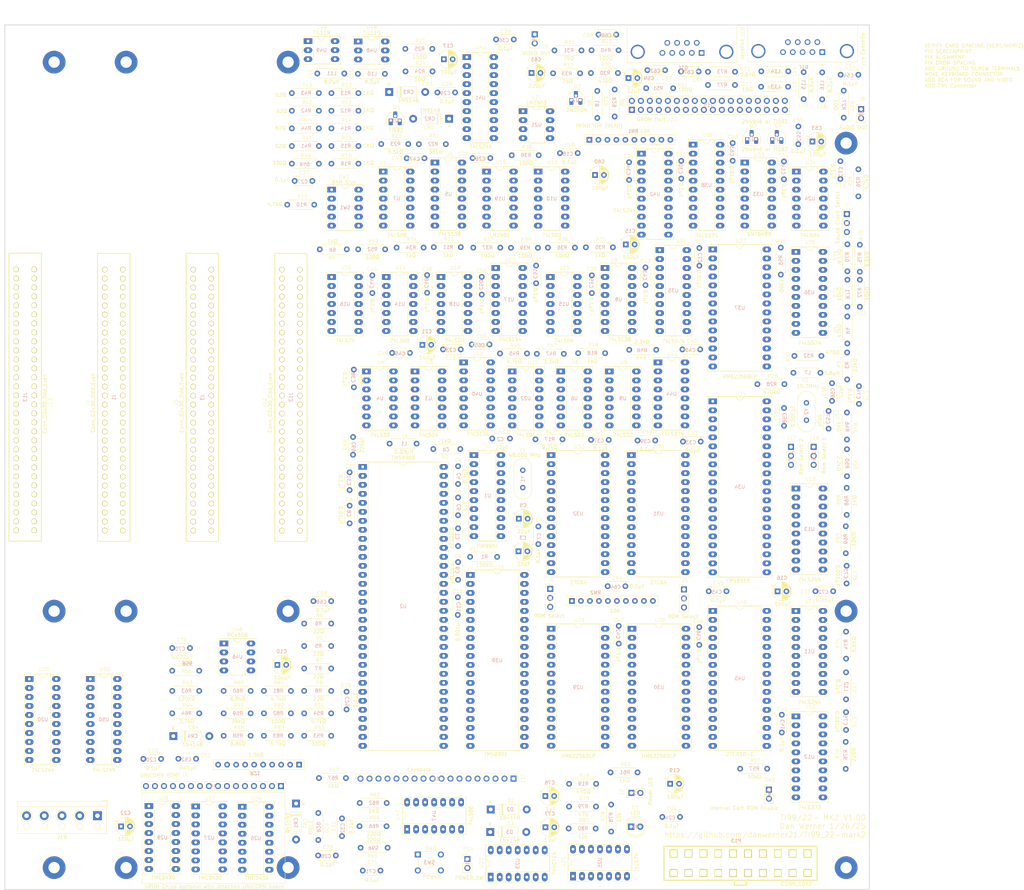
<source format=kicad_pcb>
(kicad_pcb (version 20240108) (generator "pcbnew") (generator_version "8.0")
  (title_block (title "TI99_22") (date "2023-01-21") (rev "V0.96"))
  (layers (0 "F.Cu" signal) (31 "B.Cu" signal) (34 "B.Paste" user) (35 "F.Paste" user) (36 "B.SilkS" user "B.Silkscreen") (37 "F.SilkS" user "F.Silkscreen") (38 "B.Mask" user) (39 "F.Mask" user) (44 "Edge.Cuts" user))
  (net 0 "")
  (net 1 "~{RESET}")
  (net 2 "Net-(U1-TANK_2)")
  (net 3 "Net-(C54-Pad2)")
  (net 4 "Net-(U1-TANK_1)")
  (net 5 "Net-(U1-FFD)")
  (net 6 "Net-(U33-AOUT)")
  (net 7 "Net-(C61-Pad1)")
  (net 8 "JOY1")
  (net 9 "JOY2")
  (net 10 "Net-(C68-Pad2)")
  (net 11 "Net-(U34-XTAL2)")
  (net 12 "Net-(C69-Pad2)")
  (net 13 "Net-(C73-Pad2)")
  (net 14 "CAS1")
  (net 15 "Net-(U34-XTAL1)")
  (net 16 "IR_A2_O")
  (net 17 "IR_A2")
  (net 18 "IR_A1_O")
  (net 19 "IR_A1")
  (net 20 "SOUNDCLK")
  (net 21 "Net-(Q2-C)")
  (net 22 "Net-(R23-Pad1)")
  (net 23 "Net-(U46B--)")
  (net 24 "Net-(U46A-+)")
  (net 25 "Net-(D2-A)")
  (net 26 "Net-(D3-A)")
  (net 27 "~{CMRESET}")
  (net 28 "+5V")
  (net 29 "-5V")
  (net 30 "VSS")
  (net 31 "+12V")
  (net 32 "Net-(CR2-A)")
  (net 33 "SNDOUT")
  (net 34 "Net-(CR2-K)")
  (net 35 "Net-(CR3-K)")
  (net 36 "Net-(D1-A)")
  (net 37 "5VSB")
  (net 38 "Net-(J18-Pad1)")
  (net 40 "Net-(J18-Pad3)")
  (net 41 "/Video/COMVID")
  (net 42 "Net-(J18-Pad4)")
  (net 43 "Net-(J18-Pad5)")
  (net 44 "Net-(J18-Pad6)")
  (net 46 "Net-(C68-Pad1)")
  (net 47 "Net-(J5-Pin_2)")
  (net 48 "Net-(C71-Pad1)")
  (net 49 "Net-(C72-Pad1)")
  (net 50 "Net-(J18-Pad8)")
  (net 51 "Net-(C74-Pad1)")
  (net 52 "Net-(C75-Pad1)")
  (net 53 "Net-(J18-Pad9)")
  (net 54 "Net-(J6-Pin_2)")
  (net 55 "Net-(L7-Pad2)")
  (net 56 "~{IROMG}")
  (net 57 "Net-(U7-Pad1)")
  (net 58 "Net-(RN1-R1)")
  (net 59 "Net-(RN1-R4)")
  (net 60 "Net-(L16-Pad1)")
  (net 61 "J_RIGHT")
  (net 62 "Net-(RN1-R3)")
  (net 63 "J_DOWN")
  (net 64 "J_UP")
  (net 65 "Net-(U7-Pad12)")
  (net 66 "J_FIRE")
  (net 67 "J_LEFT")
  (net 68 "Net-(RN1-R5)")
  (net 69 "Net-(J11-Pin_3)")
  (net 70 "Net-(J11-Pin_9)")
  (net 71 "Net-(J11-Pin_15)")
  (net 72 "Net-(J11-Pin_14)")
  (net 73 "Net-(J11-Pin_6)")
  (net 74 "Net-(R56-Pad1)")
  (net 75 "Net-(J11-Pin_13)")
  (net 76 "Net-(J11-Pin_7)")
  (net 77 "CAS2_REM")
  (net 78 "CAS1_REM")
  (net 79 "Net-(R63-Pad1)")
  (net 80 "Net-(R65-Pad1)")
  (net 81 "Net-(J11-Pin_10)")
  (net 82 "Net-(J11-Pin_11)")
  (net 84 "Net-(R66-Pad1)")
  (net 85 "Net-(J11-Pin_4)")
  (net 86 "Net-(J11-Pin_2)")
  (net 87 "Net-(J11-Pin_1)")
  (net 88 "Net-(J11-Pin_8)")
  (net 89 "Net-(J11-Pin_5)")
  (net 90 "Net-(J11-Pin_12)")
  (net 92 "Net-(Q4-E)")
  (net 93 "Net-(Q3-E)")
  (net 95 "Net-(Q3-C)")
  (net 96 "Net-(Q4-C)")
  (net 98 "+3V3")
  (net 99 "PWR_ON")
  (net 100 "PG")
  (net 101 "-12V")
  (net 102 "SBE")
  (net 103 "IO_A5")
  (net 104 "IO_A10")
  (net 105 "IO_A4")
  (net 106 "IO_A11")
  (net 107 "IO_A3")
  (net 108 "IO_A12")
  (net 109 "READY_~{HOLD}")
  (net 110 "IO_A8")
  (net 111 "IO_A13")
  (net 112 "IO_A14")
  (net 113 "IO_A7")
  (net 114 "IO_A9")
  (net 115 "IO_A15-CRUOUT")
  (net 116 "IO_A2")
  (net 117 "IO_A6")
  (net 118 "IO_A1")
  (net 119 "IO_A0")
  (net 120 "~{MEMEN}")
  (net 121 "D7")
  (net 122 "D4")
  (net 123 "D6")
  (net 124 "D0")
  (net 125 "D5")
  (net 126 "D2")
  (net 127 "D1")
  (net 128 "D3")
  (net 129 "CRUIN")
  (net 130 "A13")
  (net 131 "A12")
  (net 132 "A11")
  (net 133 "A10")
  (net 134 "A9")
  (net 135 "A8")
  (net 136 "~{GS}")
  (net 137 "A7")
  (net 138 "A3")
  (net 139 "DBIN")
  (net 140 "A6")
  (net 141 "GRMCLK")
  (net 142 "A5")
  (net 143 "A4")
  (net 144 "GREADY")
  (net 145 "~{mWE}")
  (net 146 "~{ROMG}")
  (net 147 "Net-(R67-Pad1)")
  (net 148 "Net-(R68-Pad1)")
  (net 149 "Net-(R70-Pad1)")
  (net 150 "Net-(P14-Pin_2)")
  (net 151 "Net-(Q1-B)")
  (net 152 "Net-(Q2-B)")
  (net 153 "Net-(Q2-E)")
  (net 154 "Net-(Q3-B)")
  (net 155 "Net-(Q4-B)")
  (net 156 "Net-(U1-OSCIN)")
  (net 157 "Net-(U1-Ø1)")
  (net 158 "Net-(U1-Ø2)")
  (net 159 "Net-(U1-Ø3)")
  (net 160 "Net-(U22-Pad2)")
  (net 161 "Net-(U1-Ø4)")
  (net 162 "Net-(U22-Pad4)")
  (net 163 "Net-(U22-Pad10)")
  (net 164 "Net-(U2-~{HOLD})")
  (net 165 "/CPU/Ø1")
  (net 166 "Net-(U2-~{MEMEN})")
  (net 167 "/CPU/Ø2")
  (net 168 "Net-(U5-E3)")
  (net 169 "/CPU/Ø3")
  (net 170 "Net-(U8-E3)")
  (net 171 "/CPU/Ø4")
  (net 173 "Net-(U19A--)")
  (net 174 "Net-(U41-O3a)")
  (net 175 "Net-(U41-O0b)")
  (net 176 "Net-(R12-Pad1)")
  (net 177 "Net-(R13-Pad1)")
  (net 178 "Net-(R14-Pad1)")
  (net 179 "Net-(R15-Pad1)")
  (net 180 "Net-(R16-Pad1)")
  (net 181 "Net-(U41-O1b)")
  (net 182 "~{ROM}")
  (net 183 "GBE")
  (net 184 "Net-(U24-Pad1)")
  (net 185 "Net-(U24-Pad3)")
  (net 187 "COMP_VID")
  (net 188 "CPUCLK")
  (net 189 "Net-(U41-O2b)")
  (net 190 "Net-(U48-K)")
  (net 191 "Net-(U49-K)")
  (net 195 "Net-(RN1-R6)")
  (net 196 "Net-(RN2-R9)")
  (net 197 "Net-(U1-XTAL1)")
  (net 198 "Net-(U1-XTAL2)")
  (net 199 "~{LOAD}")
  (net 200 "EXTINT")
  (net 201 "SNDIN")
  (net 203 "~{RAM0}")
  (net 204 "~{RAM1}")
  (net 205 "~{RAM2}")
  (net 206 "~{RAM3}")
  (net 207 "~{RAM4}")
  (net 208 "~{Ø4}")
  (net 209 "~{Ø3}")
  (net 210 "~{Ø1}")
  (net 211 "~{Ø2}")
  (net 212 "Net-(U2-DBIN)")
  (net 214 "Net-(U16A-D)")
  (net 215 "Net-(U17-S1)")
  (net 216 "HOLDA")
  (net 217 "IAQ")
  (net 218 "A14")
  (net 219 "A2")
  (net 220 "A1")
  (net 221 "A0")
  (net 222 "Net-(U5-O4)")
  (net 223 "CRUOUT")
  (net 224 "~{INTREQ}")
  (net 225 "CD0")
  (net 226 "CD1")
  (net 227 "CD2")
  (net 228 "CD3")
  (net 229 "CD4")
  (net 230 "CD5")
  (net 231 "CD6")
  (net 232 "CD7")
  (net 233 "CD8")
  (net 234 "CD9")
  (net 235 "CD10")
  (net 236 "CD11")
  (net 237 "CD12")
  (net 238 "CD13")
  (net 239 "CD14")
  (net 240 "CD15")
  (net 241 "CRUCLK")
  (net 242 "~{WE}")
  (net 243 "READY")
  (net 244 "~{DBIN}")
  (net 245 "Net-(U10-Pad11)")
  (net 246 "Net-(U14-Pad2)")
  (net 247 "A15")
  (net 248 "Net-(U8-O7)")
  (net 249 "Net-(U14-Pad9)")
  (net 250 "Net-(U15-Pad4)")
  (net 251 "Net-(U8-O5)")
  (net 252 "Net-(U14-Pad11)")
  (net 253 "Net-(U8-O6)")
  (net 254 "~{MBE}")
  (net 255 "Net-(U8-O4)")
  (net 257 "Net-(U34-~{CSW})")
  (net 258 "Net-(U17-Mr)")
  (net 259 "Net-(U11-OEa)")
  (net 260 "Net-(U16B-Q)")
  (net 261 "Net-(U7-Pad11)")
  (net 262 "~{RAM}")
  (net 263 "Net-(U16A-Q)")
  (net 264 "~{CSW}")
  (net 265 "~{CSR}")
  (net 266 "~{SOUND_SEL}")
  (net 268 "Net-(U9-Pad13)")
  (net 270 "RAMBLK")
  (net 271 "Net-(U10-Pad1)")
  (net 272 "Net-(U16A-~{S})")
  (net 273 "Net-(U10-Pad12)")
  (net 274 "/8Bit16BitSwitch/~{LSBEN}")
  (net 275 "Net-(U17-Q0)")
  (net 277 "/8Bit16BitSwitch/~{MSBEN}")
  (net 279 "Net-(U14-Pad8)")
  (net 285 "Net-(U23-Pad2)")
  (net 286 "Net-(U25A-C)")
  (net 288 "Net-(U25A-~{S})")
  (net 290 "Net-(U18-Pad3)")
  (net 292 "Net-(U25A-D)")
  (net 295 "VCOL")
  (net 297 "VCAS")
  (net 298 "VROW")
  (net 299 "VRAS")
  (net 300 "VRD")
  (net 301 "VRW")
  (net 304 "Net-(U35-Q6)")
  (net 305 "Net-(U35-Q1)")
  (net 307 "Net-(U35-Q4)")
  (net 308 "Net-(U35-Q3)")
  (net 309 "Net-(U35-Q0)")
  (net 310 "Net-(U35-Q5)")
  (net 311 "VAD7")
  (net 312 "VAD6")
  (net 313 "VAD5")
  (net 314 "VAD4")
  (net 315 "VAD3")
  (net 316 "VAD2")
  (net 317 "VAD1")
  (net 318 "VAD0")
  (net 319 "VDPINT")
  (net 320 "VD7")
  (net 321 "VD6")
  (net 322 "VD5")
  (net 323 "VD4")
  (net 324 "VD3")
  (net 325 "VD2")
  (net 326 "VD1")
  (net 327 "VD0")
  (net 328 "CAS3")
  (net 329 "CAS2")
  (net 330 "Net-(U35-Q2)")
  (net 331 "Net-(U36-Q5)")
  (net 332 "Net-(U36-Q4)")
  (net 333 "Net-(U36-Q0)")
  (net 334 "GND")
  (net 335 "IO_SNDIN")
  (net 336 "~{CRUCLK}")
  (net 337 "A15-CRUOUT")
  (net 338 "Net-(U36-Q3)")
  (net 339 "Net-(U36-Q2)")
  (net 340 "Net-(U36-Q1)")
  (net 341 "Net-(U36-Q6)")
  (net 347 "Net-(U39-P3)")
  (net 350 "Net-(U39-P4)")
  (net 352 "Net-(U39-P2)")
  (net 355 "Net-(U44-Q0)")
  (net 357 "Net-(U44-Q3)")
  (net 362 "+8V")
  (net 363 "IO_CRUIN")
  (net 364 "IO_D6")
  (net 365 "+15V")
  (net 366 "IO_D7")
  (net 367 "IO_D2")
  (net 368 "~{IO_RESET}")
  (net 370 "IO_READY_~{HOLD}")
  (net 371 "RDBENA")
  (net 373 "IO_HIGH")
  (net 374 "IO_D4")
  (net 375 "-15V")
  (net 376 "IO_D3")
  (net 377 "IO_D5")
  (net 378 "~{IO_WE}")
  (net 379 "IO_Ø3")
  (net 380 "IO_D0")
  (net 381 "IO_DBIN")
  (net 382 "IO_D1")
  (net 383 "IO_~{MEMEN}")
  (net 385 "~{IO_CRUCLK}")
  (net 395 "Net-(U42-O1b)")
  (net 396 "~{IO_EXT_INT}")
  (net 397 "HOLD{slash}IAQ")
  (net 398 "~{IO_LOAD}")
  (net 399 "~{IO_MBE}")
  (footprint "Custom:STD_DDW_RESISTOR" (layer "F.Cu") (at 127.1946 53.1897)
    (property "Reference" "R15")
    (property "Value" "1KΩ")
  )
  (footprint "Custom:STD_DDW_TO92" (layer "F.Cu") (at 249.047 51.0032)
    (property "Reference" "Q4")
    (property "Value" "2N4946 or TIS92")
  )
  (footprint "Custom:STD_DDW_RESISTOR" (layer "F.Cu") (at 127.1946 48.212)
    (property "Reference" "R14")
    (property "Value" "1KΩ")
  )
  (footprint "Custom:STD_DDW_CARDEDGE60" (layer "F.Cu") (at 105.1244 125.4176 90)
    (property "Reference" "J12")
    (property "Value" "Conn_02x30_Odd_Even")
  )
  (footprint "Custom:STD_DDW_DIP16" (layer "F.Cu") (at 173.589599 96.362)
    (property "Reference" "U17")
    (property "Value" "74LS194")
  )
  (footprint "Custom:STD_DDW_RESISTOR" (layer "F.Cu") (at 211.3112 110.2346 180)
    (property "Reference" "R48")
    (property "Value" "2.2kΩ")
  )
  (footprint "MountingHole:MountingHole_3.2mm_M3_Pad_TopBottom" (layer "F.Cu") (at 65.4744 29.2884)
    (property "Reference" "P2" (hide yes))
    (property "Value" "CONN_1")
  )
  (footprint "Custom:STD_DDW_DIP20" (layer "F.Cu") (at 258.324 195.6714)
    (property "Reference" "U11")
    (property "Value" "74LS244")
  )
  (footprint "Custom:STD_DDW_RESISTOR" (layer "F.Cu") (at 123.9606 81.8882 180)
    (property "Reference" "R9")
    (property "Value" "1kΩ")
  )
  (footprint "Custom:STD_DDW_CAP" (layer "F.Cu") (at 134.9742 91.9566 -90)
    (property "Reference" "C44")
    (property "Value" "0.1µF")
  )
  (footprint "Custom:STD_DDW_RESISTOR" (layer "F.Cu") (at 119.4802 244.9744 -90)
    (property "Reference" "R20")
    (property "Value" "270Ω")
  )
  (footprint "Custom:STD_DDW_PCAP" (layer "F.Cu") (at 177.6436 158.1474)
    (property "Reference" "C5")
    (property "Value" "22µF")
  )
  (footprint "Custom:STD_DDW_DIP20" (layer "F.Cu") (at 165.4368 39.3752)
    (property "Reference" "U41")
    (property "Value" "74LS244")
  )
  (footprint "Custom:STD_DDW_CAP" (layer "F.Cu") (at 207.4418 60.0202 -90)
    (property "Reference" "C34")
    (property "Value" "0.1µF")
  )
  (footprint "Custom:STD_DDW_RESISTOR" (layer "F.Cu") (at 196.816 111.6598)
    (property "Reference" "R18")
    (property "Value" "1kΩ")
  )
  (footprint "Custom:STD_DDW_DIP16" (layer "F.Cu") (at 204.459065 96.362)
    (property "Reference" "U8")
    (property "Value" "74LS138")
  )
  (footprint "Custom:STD_DDW_CAP" (layer "F.Cu") (at 222.1738 59.6392 -90)
    (property "Reference" "C30")
    (property "Value" "0.1µF")
  )
  (footprint "Custom:STD_DDW_DIODE" (layer "F.Cu") (at 113.3604 243.9454 -90)
    (property "Reference" "CR1")
    (property "Value" "1N4148")
  )
  (footprint "Custom:STD_DDW_DIP20" (layer "F.Cu") (at 229.303085 64.0786)
    (property "Reference" "U38")
    (property "Value" "74LS574")
  )
  (footprint "Custom:STD_DDW_RESISTOR" (layer "F.Cu") (at 248.4542 36.4504)
    (property "Reference" "L13")
    (property "Value" "8.2µh")
  )
  (footprint "Custom:STD_DDW_CAP" (layer "F.Cu") (at 159.1324 145.8468 90)
    (property "Reference" "C4")
    (property "Value" "0.1µF")
  )
  (footprint "Custom:STD_DDW_CAP" (layer "F.Cu") (at 159.1324 154.6606 90)
    (property "Reference" "C6")
    (property "Value" "1µF")
  )
  (footprint "Custom:STD_DDW_CAP" (layer "F.Cu") (at 165.7436 56.3386)
    (property "Reference" "C26")
    (property "Value" "0.1µF")
  )
  (footprint "MountingHole:MountingHole_3.2mm_M3_Pad_TopBottom" (layer "F.Cu") (at 111.1944 184.2284)
    (property "Reference" "P8" (hide yes))
    (property "Value" "CONN_1")
  )
  (footprint "Custom:STD_DDW_XTAL" (layer "F.Cu") (at 262.3118 127.9466 -90)
    (property "Reference" "Y2")
    (property "Value" "10.7MHz")
  )
  (footprint "Custom:STD_DDW_PINHEAD_V_1x02" (layer "F.Cu") (at 272.923 43.6118)
    (property "Reference" "J8")
    (property "Value" "AUDIO OUT")
  )
  (footprint "Custom:STD_DDW_RESISTOR" (layer "F.Cu") (at 119.4984 187.9687)
    (property "Reference" "R6")
    (property "Value" "22Ω")
  )
  (footprint "Custom:STD_DDW_RESISTOR" (layer "F.Cu") (at 268.4258 205.2742 -90)
    (property "Reference" "L12")
    (property "Value" "8.2µh")
  )
  (footprint "Custom:STD_DDW_DIP14" (layer "F.Cu") (at 158.154866 97.632)
    (property "Reference" "U18")
    (property "Value" "74LS00")
  )
  (footprint "Custom:STD_DDW_CAP" (layer "F.Cu") (at 250.4948 215.9762 90)
    (property "Reference" "C41")
    (property "Value" "0.1µF")
  )
  (footprint "Custom:STD_DDW_RESISTOR" (layer "F.Cu") (at 256.9224 35.9496 90)
    (property "Reference" "L15")
    (property "Value" "8.2µh")
  )
  (footprint "Custom:STD_DDW_DIP16" (layer "F.Cu") (at 102.0728 248.4224)
    (property "Reference" "U26")
    (property "Value" "TMC0430")
  )
  (footprint "MountingHole:MountingHole_3.2mm_M3_Pad_TopBottom" (layer "F.Cu") (at 65.4744 184.2284)
    (property "Reference" "P11" (hide yes))
    (property "Value" "CONN_1")
  )
  (footprint "Custom:STD_DDW_RESISTOR" (layer "F.Cu") (at 272.3656 63.3816 90)
    (property "Reference" "R26")
    (property "Value" "4.7kΩ")
  )
  (footprint "Custom:STD_DDW_DIP14" (layer "F.Cu") (at 142.720133 97.632)
    (property "Reference" "U14")
    (property "Value" "74LS00")
  )
  (footprint "Custom:STD_DDW_CAP" (layer "F.Cu") (at 82.711 225.8582)
    (property "Reference" "C52")
    (property "Value" "0.01µF")
  )
  (footprint "Custom:STD_DDW_PCAP" (layer "F.Cu") (at 260.5092 51.696)
    (property "Reference" "C53")
    (property "Value" "100µF")
  )
  (footprint "Custom:STD_DDW_RESISTOR" (layer "F.Cu") (at 119.4984 219.6352)
    (property "Reference" "R53")
    (property "Value" "330Ω")
  )
  (footprint "Custom:STD_DDW_CAP" (layer "F.Cu") (at 225.1288 136.3486)
    (property "Reference" "C33")
    (property "Value" "0.1µF")
  )
  (footprint "Custom:STD_DDW_DIP14" (layer "F.Cu") (at 152.486 241.9798 90)
    (property "Reference" "U47")
    (property "Value" "74LS06")
  )
  (footprint "Custom:STD_DDW_CAP" (layer "F.Cu") (at 255.2192 49.9364 -90)
    (property "Reference" "C55")
    (property "Value" "0.1µF")
  )
  (footprint "Custom:STD_DDW_DIODE" (layer "F.Cu") (at 84.2048 219.5812)
    (property "Reference" "CR4")
    (property "Value" "1N4148")
  )
  (footprint "Custom:STD_DDW_DIP6" (layer "F.Cu") (at 134.7564 20.0671)
    (property "Reference" "U48")
    (property "Value" "TIL119")
  )
  (footprint "Custom:STD_DDW_RESISTOR" (layer "F.Cu") (at 184.7764 135.9676)
    (property "Reference" "R17")
    (property "Value" "2.2kΩ")
  )
  (footprint "Custom:STD_DDW_RESISTOR" (layer "F.Cu") (at 116.0186 53.1897)
    (property "Reference" "R41")
    (property "Value" "62Ω")
  )
  (footprint "Custom:STD_DDW_PCAP" (layer "F.Cu") (at 150.4256 109.0746)
    (property "Reference" "C21")
    (property "Value" "100µF")
  )
  (footprint "Custom:STD_DDW_DIP14" (layer "F.Cu") (at 171.007265 67.8886)
    (property "Reference" "U19")
    (property "Value" "LM2901")
  )
  (footprint "Custom:STD_DDW_PINHEAD_V_1x18" (layer "F.Cu") (at 178.6343 231.4956 -90)
    (property "Reference" "J11")
    (property "Value" "Keyboard")
  )
  (footprint "Custom:STD_DDW_DIP10" (layer "F.Cu") (at 126.9994 62.1586)
    (property "Reference" "SW1")
    (property "Value" "RAM Size")
  )
  (footprint "Custom:STD_DDW_CAP" (layer "F.Cu") (at 159.0548 182.8038 90)
    (property "Reference" "C11")
    (property "Value" "0.001µF")
  )
  (footprint "Custom:STD_DDW_DIP14" (layer "F.Cu") (at 141.859355 67.8886)
    (property "Reference" "U7")
    (property "Value" "74LS08")
  )
  (footprint "MountingHole:MountingHole_3.2mm_M3_Pad_TopBottom" (layer "F.Cu") (at 268.6744 52.1484)
    (property "Reference" "P1" (hide yes))
    (property "Value" "CONN_1")
  )
  (footprint "Custom:STD_DDW_CAP" (layer "F.Cu") (at 196.9248 91.9566 -90)
    (property "Reference" "C35")
    (property "Value" "0.1µF")
  )
  (footprint "Custom:STD_DDW_CAP" (layer "F.Cu") (at 171.2976 135.4836)
    (property "Reference" "C2")
    (property "Value" "22pF")
  )
  (footprint "Custom:STD_DDW_RESISTOR" (layer "F.Cu") (at 119.4984 213.3019)
    (property "Reference" "R54")
    (property "Value" "4.7kΩ")
  )
  (footprint "Custom:STD_DDW_RESISTOR" (layer "F.Cu") (at 127.1946 38.2566)
    (property "Reference" "R13")
    (property "Value" "1KΩ")
  )
  (footprint "Custom:STD_DDW_CAP" (layer "F.Cu") (at 72.8304 225.909)
    (property "Reference" "C20")
    (property "Value" "0.1µF")
  )
  (footprint "Custom:STD_DDW_PINHEAD_V_1x02" (layer "F.Cu") (at 246.91 235.6678)
    (property "Reference" "SW2")
    (property "Value" "Internal Cart ROM Enable")
  )
  (footprint "Custom:ATXConnector" (layer "F.Cu") (at 239.14536 255.36382)
    (property "Reference" "P13")
    (property "Value" "CONN_10X2")
  )
  (footprint "Custom:STD_DDW_CAP" (layer "F.Cu") (at 159.1804 163.3512 -90)
    (property "Reference" "C1")
    (property "Value" "0.001µF")
  )
  (footprint "MountingHole:MountingHole_3.2mm_M3_Pad_TopBottom" (layer "F.Cu") (at 65.4744 256.6184)
    (property "Reference" "P3" (hide yes))
    (property "Value" "CONN_1")
  )
  (footprint "Custom:STD_DDW_DIP14" (layer "F.Cu") (at 191.962264 124.2766)
    (property "Reference" "U6")
    (property "Value" "74LS03")
  )
  (footprint "Custom:STD_DDW_DIP14" (layer "F.Cu") (at 199.2924 255.2232 90)
    (property "Reference" "U25")
    (property "Value" "74LS74")
  )
  (footprint "Custom:STD_DDW_DIP8" (layer "F.Cu") (at 96.8596 189.9623)
    (property "Reference" "U46")
    (property "Value" "RC4558")
  )
  (footprint "Custom:STD_DDW_RESISTOR" (layer "F.Cu") (at 82.2668 206.9686)
    (property "Reference" "R63")
    (property "Value" "120kΩ")
  )
  (footprint "Custom:STD_DDW_DSUB9_MALE" (layer "F.Cu") (at 256.6936 33.1107 180)
    (property "Reference" "J18")
    (property "Value" "Cassette")
  )
  (footprint "Custom:STD_DDW_CAP" (layer "F.Cu") (at 232.3932 178.5888)
    (property "Reference" "C45")
    (property "Value" "0.1µF")
  )
  (footprint "Custom:STD_DDW_CARDEDGE60" (layer "F.Cu") (at 55.1244 125.4176 90)
    (property "Reference" "J1")
    (property "Value" "Conn_02x30_Odd_Even")
  )
  (footprint "MountingHole:MountingHole_3.2mm_M3_Pad_TopBottom" (layer "F.Cu") (at 45.1544 29.2884)
    (property "Reference" "P7" (hide yes))
    (property "Value" "CONN_1")
  )
  (footprint "Custom:STD_DDW_DIP14" (layer "F.Cu") (at 127.2854 97.632)
    (property "Reference" "U16")
    (property "Value" "74LS74")
  )
  (footprint "Custom:STD_DDW_CAP" (layer "F.Cu") (at 181.7892 162.8308 90)
    (property "Reference" "C7")
    (property "Value" "0.1µF")
  )
  (footprint "Custom:STD_DDW_DIP28" (layer "F.Cu") (at 193.076 156.57)
    (property "Reference" "U32")
    (property "Value" "27C64")
  )
  (footprint "Custom:STD_DDW_RESISTOR" (layer "F.Cu") (at 268.6798 142.3076 -90)
    (property "Reference" "R50")
    (property "Value" "2.2kΩ")
  )
  (footprint "Custom:STD_DDW_CAP" (layer "F.Cu") (at 150.4442 91.8718 -90)
    (property "Reference" "C48")
    (property "Value" "0.1µF")
  )
  (footprint "Custom:STD_DDW_PCAP" (layer "F.Cu") (at 220.3772 232.9504)
    (property "Reference" "C19")
    (property "Value" "100µF")
  )
  (footprint "Custom:STD_DDW_CAP" (layer "F.Cu") (at 212.0632 89.7176 -90)
    (property "Reference" "C43")
    (property "Value" "0.1µF")
  )
  (footprint "Custom:STD_DDW_RESISTOR" (layer "F.Cu") (at 127.1946 58.1674)
    (property "Reference" "R16")
    (property "Value" "1KΩ")
  )
  (footprint "Custom:STD_DDW_DIP16" (layer "F.Cu") (at 88.9156 248.3208)
    (property "Reference" "U27")
    (property "Value" "TMC0430")
  )
  (footprint "Custom:STD_DDW_RESISTOR" (layer "F.Cu") (at 116.0186 43.2343)
    (property "Reference" "R42")
    (property "Value" "62Ω")
  )
  (footprint "Custom:STD_DDW_CAP" (layer "F.Cu") (at 267.081 59.7408 -90)
    (property "Reference" "C13")
    (property "Value" "0.1µF")
  )
  (footprint "Custom:STD_DDW_DIP20" (layer "F.Cu") (at 167.4428 151.704)
    (property "Reference" "U1")
    (property "Value" "TIM9904")
  )
  (footprint "Custom:STD_DDW_RESISTOR" (layer "F.Cu") (at 156.0154 138.2508 180)
    (property "Reference" "R2")
    (property "Value" "1kΩ")
  )
  (footprint "Custom:STD_DDW_CAP" (layer "F.Cu") (at 268.6798 215.2482 -90)
    (property "Reference" "C75")
    (property "Value" "0.001µF")
  )
  (footprint "Custom:STD_DDW_RESISTOR" (layer "F.Cu") (at 188.2816 81.8656)
    (property "Reference" "R36")
    (property "Value" "100Ω")
  )
  (footprint "Custom:STD_DDW_CAP" (layer "F.Cu") (at 272.312 123.224 -90)
    (property "Reference" "C74")
    (property "Value" "0.1µF")
  )
  (footprint "Custom:STD_DDW_SIP10" (layer "F.Cu") (at 208.827 49.3004)
    (property "Reference" "RN1")
    (property "Value" "10K")
  )
  (footprint "Custom:STD_DDW_RESISTOR" (layer "F.Cu") (at 268.7814 104.8426 -90)
    (property "Reference" "R4")
    (property "Value" "47kΩ")
  )
  (footprint "Custom:STD_DDW_CAP" (layer "F.Cu") (at 215.0872 31.5214)
    (property "Reference" "C62")
    (property "Value" "0.1µF")
  )
  (footprint "Custom:STD_DDW_DIP14" (layer "F.Cu") (at 205.67403 124.2766)
    (property "Reference" "U9")
    (property "Value" "74LS32")
  )
  (footprint "Custom:STD_DDW_RESISTOR" (layer "F.Cu") (at 135.1702 238.609)
    (property "Reference" "R62")
    (property "Value" "1KΩ")
  )
  (footprint "Custom:STD_DDW_PCAP" (layer "F.Cu") (at 185.167 245.2286)
    (property "Reference" "C77")
    (property "Value" "10uF")
  )
  (footprint "Custom:STD_DDW_DIP20" (layer "F.Cu") (at 219.8938 93.822)
    (property "Reference" "U35")
    (property "Value" "74LS574")
  )
  (footprint "Custom:STD_DDW_CAP" (layer "F.Cu") (at 165.515 108.942)
    (property "Reference" "C65")
    (property "Value" "0.01µF")
  )
  (footprint "MountingHole:MountingHole_3.2mm_M3_Pad_TopBottom" (layer "F.Cu") (at 268.6744 184.2284)
    (property "Reference" "P9" (hide yes))
    (property "Value" "CONN_1")
  )
  (footprint "TerminalBlock_RND:TerminalBlock_RND_205-00004_1x05_P5.00mm_Horizontal" (layer "F.Cu") (at 57.371 241.9684 180)
    (property "Reference" "J19")
    (property "Value" "Screw_Terminal_01x05")
  )
  (footprint "Custom:STD_DDW_RESISTOR" (layer "F.Cu") (at 123.2068 32.7166)
    (property "Reference" "L11")
    (property "Value" "8.2µh")
  )
  (footprint "Custom:STD_DDW_PINHEAD_V_1x02" (layer "F.Cu") (at 161.8176 255.2292)
    (property "Reference" "P14")
    (property "Value" "POWER_SW")
  )
  (footprint "Custom:STD_DDW_PCAP" (layer "F.Cu") (at 208.6062 33.789)
    (property "Reference" "C59")
    (property "Value" "22µF")
  )
  (footprint "Custom:STD_DDW_RESISTOR" (layer "F.Cu") (at 96.770666 206.9686)
    (property "Reference" "R60")
    (property "Value" "6.8kΩ")
  )
  (footprint "Custom:STD_DDW_RESISTOR" (layer "F.Cu") (at 108.134532 206.9686)
    (property "Reference" "R81")
    (property "Value" "4.7kΩ")
  )
  (footprint "Custom:STD_DDW_DIP32" (layer "F.Cu") (at 238.6944 203.276)
    (property "Reference" "U45")
    (property "Value" "27C010-C")
  )
  (footprint "Custom:STD_DDW_PCAP" (layer "F.Cu") (at 185.1348 236.4332)
    (property "Reference" "C76")
    (property "Value" "1uF")
  )
  (footprint "Custom:STD_DDW_DIP64_WIDE" (layer "F.Cu") (at 143.6624 139.944)
    (property "Reference" "U2")
    (property "Value" "TMS9900")
  )
  (footprint "Custom:STD_DDW_DIP14" (layer "F.Cu") (at 185.58122 67.8886)
    (property "Reference" "U10")
    (property "Value" "74LS00")
  )
  (footprint "Custom:STD_DDW_RESISTOR" (layer "F.Cu") (at 267.7654 41.114 -90)
    (property "Reference" "R27")
    (property "Value" "10Ω")
  )
  (footprint "Custom:STD_DDW_RESISTOR" (layer "F.Cu") (at 194.1432 245.8072)
    (property "Reference" "R80")
    (property "Value" "10k")
  )
  (footprint "Custom:STD_DDW_RESISTOR" (layer "F.Cu") (at 143.6116 137.1854)
    (property "Reference" "L1")
    (property "Value" "0.33µH")
  )
  (footprint "Custom:STD_DDW_RESISTOR" (layer "F.Cu") (at 200.4228 32.5896)
    (property "Reference" "R30")
    (property "Value" "470Ω")
  )
  (footprint "Custom:STD_DDW_RESISTOR" (layer "F.Cu") (at 96.770666 219.6352)
    (property "Reference" "R58")
    (property "Value" "6.8kΩ")
  )
  (footprint "MountingHole:MountingHole_3.2mm_M3_Pad_TopBottom" (layer "F.Cu") (at 45.1544 256.6184)
    (property "Reference" "P5" (hide yes))
    (property "Value" "CONN_1")
  )
  (footprint "Custom:STD_DDW_TO92" (layer "F.Cu") (at 141.3632 45.7488)
    (property "Reference" "Q1")
    (property "Value" "TIS92")
  )
  (footprint "Custom:STD_DDW_RESISTOR" (layer "F.Cu") (at 108.134532 219.6352)
    (property "Reference" "R83")
    (property "Value" "4.7kΩ")
  )
  (footprint "Custom:STD_DDW_TO92" (layer "F.Cu") (at 192.341 39.983)
    (property "Reference" "Q2")
    (property "Value" "2N3904")
  )
  (footprint "Custom:STD_DDW_RESISTOR" (layer "F.Cu") (at 167.225 81.8656)
    (property "Reference" "R37")
    (property "Value" "100Ω")
  )
  (footprint "Custom:STD_DDW_CAP" (layer "F.Cu") (at 134.747 257.429)
    (property "Reference" "C71")
    (property "Value" "0.1µF")
  )
  (footprint "Custom:STD_DDW_RESISTOR" (layer "F.Cu") (at 82.3348 200.811 180)
    (property "Reference" "R56")
    (property "Value" "100Ω")
  )
  (footprint "Custom:STD_DDW_CAP" (layer "F.Cu") (at 172.373 22.8614)
    (property "Reference" "C36")
    (property "Value" "0.1µF")
  )
  (footprint "Custom:STD_DDW_RESISTOR" (layer "F.Cu") (at 151.858 52.6556)
    (property "Reference" "R22")
    (property "Value" "361Ω")
  )
  (footprint "Custom:STD_DDW_CARDEDGE60" (layer "F.Cu") (at 30.1244 125.3744 90)
    (property "Reference" "J13")
    (property "Value" "Conn_02x30_Odd_Even")
  )
  (footprint "Custom:STD_DDW_CAP" (layer "F.Cu") (at 212.3018 136.0438)
    (property "Reference" "C39")
    (property "Value" "0.1µF")
  )
  (footprint "Custom:STD_DDW_RESISTOR" (layer "F.Cu") (at 108.134532 213.3019)
    (property "Reference" "R82")
    (property "Value" "100Ω")
  )
  (footprint "Custom:STD_DDW_RESISTOR" (layer "F.Cu") (at 268.7842 224.9764 90)
    (property "Reference" "R76")
    (property "Value" "220Ω")
  )
  (footprint "Custom:STD_DDW_CAP" (layer "F.Cu") (at 264.6694 122.3978 90)
    (property "Reference" "C56")
    (property "Value" "12pF")
  )
  (footprint "Custom:STD_DDW_RESISTOR" (layer "F.Cu") (at 268.8858 193.8614 90)
    (property "Reference" "R74")
    (property "Value" "5.6KΩ")
  )
  (footprint "Custom:STD_DDW_RESISTOR" (layer "F.Cu") (at 269.1906 115.0706 90)
    (property "Reference" "R3")
    (property "Value" "12kΩ")
  )
  (footprint "Custom:STD_DDW_RESISTOR" (layer "F.Cu") (at 216.0184 36.8822)
    (property "Reference" "R51")
    (property "Value" "100Ω")
  )
  (footprint "Custom:STD_DDW_RESISTOR" (layer "F.Cu") (at 202.586 242.6648 90)
    (property "Reference" "R78")
    (property "Value" "10k")
  )
  (footprint "Custom:STD_DDW_CAP" (layer "F.Cu") (at 269.621 32.8168)
    (property "Reference" "C54")
    (property "Value" "0.1µF")
  )
  (footprint "Custom:STD_DDW_DIP14" (layer "F.Cu") (at 189.024332 97.632)
    (property "Reference" "U15")
    (property "Value" "74LS04")
  )
  (footprint "Custom:STD_DDW_XTAL" (layer "F.Cu") (at 182.251 146.968 -90)
    (property "Reference" "Y1")
    (property "Value" "48.000 MHz")
  )
  (footprint "Custom:STD_DDW_RESISTOR" (layer "F.Cu") (at 177.8508 81.915)
    (property "Reference" "R39")
    (property "Value" "100Ω")
  )
  (footprint "Custom:STD_DDW_RESISTOR" (layer "F.Cu") (at 248.505 32.107)
    (property "Reference" "L14")
    (property "Value" "8.2µh")
  )
  (footprint "Custom:STD_DDW_RESISTOR" (layer "F.Cu") (at 194.2448 239.6096)
    (property "Reference" "R79")
    (property "Value" "470")
  )
  (footprint "Custom:STD_DDW_PINHEAD_V_1x03" (layer "F.Cu") (at 259.533 140.4032)
    (property "Reference" "J16")
    (property "Value" "Rom Select 1")
  )
  (footprint "Custom:STD_DDW_RESISTOR" (layer "F.Cu") (at 200.6006 26.1634)
    (property "Reference" "R40")
    (property "Value" "100Ω")
  )
  (footprint "Custom:STD_DDW_SIP10" (layer "F.Cu") (at 203.8994 179.45)
    (property "Reference" "RN2")
    (property "Value" "10K")
  )
  (footprint "Custom:STD_DDW_CAP" (layer "F.Cu") (at 157.4038 110.3376)
    (property "Reference" "C23")
    (property "Value" "0.1µF")
  )
  (footprint "Custom:STD_DDW_DIODE" (layer "F.Cu") (at 173.654 246.644)
    (property "Reference" "D3")
    (property "Value" "1N4148")
  )
  (footprint "Custom:STD_DDW_DIP20" (layer "F.Cu") (at 59.188 214.8738)
    (property "Reference" "U50")
    (property "Value" "74LS245")
  )
  (footprint "Custom:STD_DDW_RESISTOR" (layer "F.Cu") (at 119.4984 200.6353)
    (property "Reference" "R7")
    (property "Value" "22Ω")
  )
  (footprint "Custom:STD_DDW_RESISTOR" (layer "F.Cu") (at 174.7688 111.736)
    (property "Reference" "R45")
    (property "Value" "4.7kΩ")
  )
  (footprint "Custom:STD_DDW_PINHEAD_V_1x03" (layer "F.Cu") (at 222.9324 180.6368)
    (property "Reference" "J5")
    (property "Value" "ROM Select")
  )
  (footprint "Custom:STD_DDW_DIODE" (layer "F.Cu") (at 173.7848 240.2684)
    (property "Reference" "D2")
    (property "Value" "1N4148")
  )
  (footprint "Custom:STD_DDW_PINHEAD_V_1x16" (layer "F.Cu") (at 113.2552 233.3278 -90)
    (property "Reference" "J4")
    (property "Value" "UNICORN PORT")
  )
  (footprint "Custom:STD_DDW_PINHEAD_V_1x02" (layer "F.Cu") (at 180.8192 22.4856)
    (property "Reference" "J9")
    (property "Value" "VIDEO OUT")
  )
  (footprint "Custom:STD_DDW_DIP28" (layer "F.Cu") (at 215.8929 205.562)
    (property "Reference" "U30")
    (property "Value" "HM62256BLP")
  )
  (footprint "Custom:STD_DDW_CAP" (layer "F.Cu") (at 227.2524 191.2452 -90)
    (property "Reference" "C46")
    (property "Value" "0.1µF")
  )
  (footprint "Custom:STD_DDW_CAP" (layer "F.Cu") (at 262.5176 178.5888)
    (property "Reference" "C72")
    (property "Value" "0.01µF")
  )
  (footprint "Custom:STD_DDW_RESISTOR" (layer "F.Cu") (at 156.0744 81.7386)
    (property "Reference" "R11")
    (property "Value" "1kΩ")
  )
  (footprint "Custom:STD_DDW_RESISTOR" (layer "F.Cu") (at 82.2668 213.3019)
    (property "Reference" "R64")
    (property "Value" "2.7kΩ")
  )
  (footprint "Custom:STD_DDW_RESISTOR" (layer "F.Cu") (at 190.1358 26.2142)
    (property "Reference" "R31")
    (property "Value" "75Ω")
  )
  (footprint "Custom:STD_DDW_CAP" (layer "F.Cu") (at 204.5194 190.8896 -90)
    (property "Reference" "C42")
    (property "Value" "0.1µF")
  )
  (footprint "Custom:STD_DDW_CAP" (layer "F.Cu") (at 199.1662 135.866)
    (property "Reference" "C37")
    (property "Value" "0.1µF")
  )
  (footprint "Custom:STD_DDW_CAP" (layer "F.Cu") (at 251.1552 59.817 -90)
    (property "Reference" "C14")
    (property "Value" "0.1µF")
  )
  (footprint "Custom:STD_DDW_RESISTOR" (layer "F.Cu") (at 145.5842 81.8656)
    (property "Reference" "R34")
    (property "Value" "1kΩ")
  )
  (footprint "Custom:STD_DDW_CAP" (layer "F.Cu") (at 126.3664 245.2284 90)
    (property "Reference" "C32")
    (property "Value" "0.1µF")
  )
  (footprint "Custom:STD_DDW_CAP" (layer "F.Cu") (at 129.7672 118.5504 -90)
    (property "Reference" "C38")
    (property "Value" "0.1µF")
  )
  (footprint "Custom:STD_DDW_DIP40" (layer "F.Cu") (at 238.6324 149.062)
    (property "Reference" "U34")
    (property "Value" "TMS9918")
  )
  (footprint "Custom:STD_DDW_RESISTOR" (layer "F.Cu") (at 257.5728 117.197)
    (property "Reference" "L7")
    (property "Value" "5.8µH")
  )
  (footprint "Custom:STD_DDW_DIP14" (layer "F.Cu") (at 137.1152 124.2766)
    (property "Reference" "U4")
    (property "Value" "74LS32")
  )
  (footprint "Custom:STD_DDW_CAP" (layer "F.Cu") (at 128.5748 147.5486 -90)
    (property "Reference" "C31")
    (property "Value" "0.1µF")
  )
  (footprint "Custom:STD_DDW_RESISTOR" (layer "F.Cu") (at 135.4922 250.7728 180)
    (property "Reference" "R65")
    (property "Value" "220Ω")
  )
  (footprint "Custom:STD_DDW_DIP14" (layer "F.Cu") (at 258.451 67.8886)
    (property "Reference" "U24")
    (property "Value" "74LS04")
  )
  (footprint "Custom:STD_DDW_CAP" (layer "F.Cu") (at 181.2022 89.1842 -90)
    (property "Reference" "C51")
    (property "Value" "0.1µF")
  )
  (footprint "Custom:STD_DDW_DIP16" (layer "F.Cu") (at 243.87704 66.6186)
    (property "Reference" "U33")
    (property "Value" "SN76489")
  )
  (footprint "Custom:STD_DDW_CAP" (layer "F.Cu") (at 224.9678 110.3376)
    (property "Reference" "C40")
    (property "Value" "0.1µF")
  )
  (footprint "Custom:STD_DDW_PCAP" (layer "F.Cu") (at 65.4118 244.99)
    (property "Reference" "C22")
    (property "Value" "100µF")
  )
  (footprint "Custom:STD_DDW_CAP" (layer "F.Cu") (at 122.1486 253.1618)
    (property "Reference" "C28")
    (property "Value" "0.1µF")
  )
  (footprint "Custom:STD_DDW_RESISTOR" (layer "F.Cu") (at 272.772 84.6668 90)
    (property "Reference" "R75")
    (property "Value" "5.6kΩ")
  )
  (footprint "MountingHole:MountingHole_3.2mm_M3_Pad_TopBottom" (layer "F.Cu") (at 45.1544 184.2284)
    (property "Reference" "P12" (hide yes))
    (property "Value" "CONN_1")
  )
  (footprint "Custom:STD_DDW_RESISTOR" (layer "F.Cu") (at 247.4128 120.3974)
    (property "Reference" "R28")
    (property "Value" "470kΩ")
  )
  (footprint "Custom:STD_DDW_PINHEAD_V_1x03" (layer "F.Cu") (at 185.188 180.4844)
    (property "Reference" "J6")
    (property "Value" "ROM Select")
  )
  (footprint "Custom:STD_DDW_RESISTOR" (layer "F.Cu") (at 135.1194 245.1622)
    (property "Reference" "R66")
    (property "Value" "220Ω")
  )
  (footprint "Custom:STD_DDW_DIP14" (layer "F.Cu") (at 178.250498 124.2766)
    (property "Reference" "U22")
    (property "Value" "74LS04")
  )
  (footprint "Custom:STD_DDW_RESISTOR" (layer "F.Cu") (at 199.0004 81.7894)
    (property "Reference" "R35")
    (property "Value" "1kΩ")
  )
  (footprint "Custom:STD_DDW_RESISTOR" (layer "F.Cu") (at 178.0708 55.7798)
    (property "Reference" "R38")
    (property "Value" "100Ω")
  )
  (footprint "Custom:STD_DDW_CAP" (layer "F.Cu") (at 263.7522 130.2306 -90)
    (property "Reference" "C57")
    (property "Value" "56pF")
  )
  (footprint "Custom:STD_DDW_RESISTOR" (layer "F.Cu") (at 148.048 25.757)
    (property "Reference" "R25")
    (property "Value" "150Ω")
  )
  (footprint "MountingHole:MountingHole_3.2mm_M3_Pad_TopBottom" (layer "F.Cu") (at 111.1944 256.6184)
    (property "Reference" "P4" (hide yes))
    (property "Value" "CONN_1")
  )
  (footprint "Custom:STD_DDW_DIP16" (layer "F.Cu") (at 75.7076 248.2192)
    (property "Reference" "U28")
    (property "Value" "TMC0430")
  )
  (footprint "Custom:STD_DDW_RESISTOR" (layer "F.Cu") (at 116.0186 48.212)
    (property "Reference" "R44")
    (property "Value" "62Ω")
  )
  (footprint "Custom:STD_DDW_RESISTOR" (layer "F.Cu") (at 203.5824 40.8518 90)
    (property "Reference" "R29")
    (property "Value" "0Ω")
  )
  (footprint "Custom:STD_DDW_CAP" (layer "F.Cu") (at 227.2284 84.2518 90)
    (property "Reference" "C12")
    (property "Value" "0.01µF")
  )
  (footprint "Custom:STD_DDW_CAP" (layer "F.Cu") (at 190.407 54.9416)
    (property "Reference" "C18")
    (property "Value" "0.1µF")
  )
  (footprint "Custom:STD_DDW_PCAP" (layer "F.Cu") (at 199.1828 61.1448)
    (property "Reference" "C60")
    (property "Value" "100µF")
  )
  (footprint "Custom:STD_DDW_DIP20" (layer "F.Cu") (at 258.324 161.1274)
    (property "Reference" "U13")
    (property "Value" "74LS245")
  )
  (footprint "Custom:STD_DDW_DIP16" (layer "F.Cu") (at 156.43331 66.6186)
    (property "Reference" "U5")
    (property "Value" "74LS138")
  )
  (footprint "Custom:STD_DDW_RESISTOR" (layer "F.Cu") (at 268.6798 131.9444 -90)
    (property "Reference" "R46")
    (property "Value" "1kΩ")
  )
  (footprint "Custom:STD_DDW_RESISTOR" (layer "F.Cu") (at 123.664 231.5732)
    (property "Reference" "R67")
    (property "Value" "1KΩ")
  )
  (footprint "Custom:STD_DDW_RESISTOR" (layer "F.Cu") (at 269.0636 153.2722 90)
    (property "Reference" "R68")
    (property "Value" "1KΩ")
  )
  (footprint "Custom:STD_DDW_RESISTOR" (layer "F.Cu") (at 242.5446 228.9302)
    (property "Reference" "R57")
    (property "Value" "10kΩ")
  )
  (footprint "Custom:STD_DDW_RESISTOR" (layer "F.Cu") (at 262.1548 36.0258 90)
    (property "Reference" "L16")
    (property "Value" "8.2µh")
  )
  (footprint "Custom:STD_DDW_PCAP" (layer "F.Cu") (at 181.2504 32.3412)
    (property "Reference" "C61")
    (property "Value" "220µF")
  )
  (footprint "Custom:STD_DDW_DIP16" (layer "F.Cu") (at 164.538732 123.0066)
    (property "Reference" "U40")
    (property "Value" "74LS156")
  )
  (footprint "Custom:STD_DDW_PCAP" (layer "F.Cu") (at 207.8442 80.7536)
    (property "Reference" "C15")
    (property "Value" "100µF")
  )
  (footprint "Custom:STD_DDW_DIP20" (layer "F.Cu") (at 214.72913 66.6186)
    (property "Reference" "U42")
    (property "Value" "74LS244")
  )
  (footprint "Custom:STD_DDW_DIP16" (layer "F.Cu") (at 219.3858 123.0066)
    (property "Reference" "U44")
    (property "Value" "74LS379")
  )
  (footprint "Custom:STD_DDW_TO92" (layer "F.Cu") (at 241.947 51.0032)
    (property "Reference" "Q3")
    (property "Value" "2N4946 or TIS92")
  )
  (footprint "Custom:STD_DDW_CAP" (layer "F.Cu") (at 127.6604 209.4738 90)
    (property "Reference" "C25")
    (property "Value" "0.1µF")
  )
  (footprint "Custom:STD_DDW_RESISTOR" (layer "F.Cu") (at 141.2494 52.6288)
    (property "Reference" "R23")
    (property "Value" "5.6kΩ")
  )
  (footprint "Custom:STD_DDW_DIP8" (layer "F.Cu") (at 181.2792 39.7512)
    (property "Reference" "U21")
    (property "Value" "LM2903")
  )
  (footprint "Custom:STD_DDW_TACTSW" (layer "F.Cu") (at 151.0788 255.2116)
    (property "Reference" "SW3")
    (property "Value" "POWER")
  )
  (footprint "Custom:STD_DDW_CAP" (layer "F.Cu") (at 155.8122 37.822)
    (property "Reference" "C29")
    (property "Value" "0.1µF")
  )
  (footprint "Custom:STD_DDW_RESISTOR" (layer "F.Cu") (at 205.96 229.973)
    (property "Reference" "R61")
    (property "Value" "1KΩ")
  )
  (footprint "Custom:STD_DDW_RESISTOR" (layer "F.Cu") (at 272.772 94.5474 90)
    (property "Reference" "R72")
    (property "Value" "10kΩ")
  )
  (footprint "Custom:STD_DDW_CAP" (layer "F.Cu") (at 268.8336 173.9138 -90)
    (property "Reference" "C73")
    (property "Value" "0.001µF")
  )
  (footprint "Custom:STD_DDW_PINHEAD_V_1x02" (layer "F.Cu") (at 209.1248 235.5122 90)
    (property "Reference" "J2")
    (property "Value" "Power LED")
  )
  (footprint "Custom:STD_DDW_CAP" (layer "F.Cu") (at 224.5408 31.9038)
    (property "Reference" "C67")
    (property "Value" "0.01µF")
  )
  (footprint "Custom:STD_DDW_RESISTOR" (layer "F.Cu") (at 119.4984 194.302)
    (property "Reference" "R5")
    (property "Value" "22Ω")
  )
  (footprint "Custom:STD_DDW_RESISTOR" (layer "F.Cu") (at 96.770666 213.3019)
    (property "Reference" "R59")
    (property "Value" "39kΩ")
  )
  (footprint "Custom:STD_DDW_LED5" (layer "F.Cu") (at 209.1986 240.1812)
    (property "Reference" "D1")
    (property "Value" "LED")
  )
  (footprint "Custom:STD_DDW_PINHEAD_V_2x18" (layer "F.Cu") (at 204.6478 41.4782 90)
    (property "Reference" "J15")
    (property "Value" "GROM Port")
  )
  (footprint "Custom:STD_DDW_SIP10" (layer "F.Cu") (at 101.688 229.4646 180)
    (property "Reference" "R21")
    (property "Value" "1.5kΩ")
  )
  (footprint "Custom:STD_DDW_RESISTOR" (layer "F.Cu") (at 185.1574 111.8376)
    (property "Reference" "R47")
    (property "Value" "3.3kΩ")
  )
  (footprint "Custom:STD_DDW_CAP" (layer "F.Cu") (at 120.8364 181.3814)
    (property "Reference" "C68")
    (property "Value" "0.1µF")
  )
  (footprint "Custom:STD_DDW_PCAP" (layer "F.Cu") (at 250.6794 178.6452)
    (property "Reference" "C16")
    (property "Value" "100µF")
  )
  (footprint "Custom:STD_DDW_CARDEDGE60" (layer "F.Cu") (at 80.1244 125.4176 90)
    (property "Reference" "J3")
    (property "Value" "Conn_02x30_Odd_Even")
  )
  (footprint "Custom:STD_DDW_RESISTOR" (layer "F.Cu") (at 198.6802 41.2582 90)
    (property "Reference" "L8")
    (property "Value" "INDUCTOR (BEAD)")
  )
  (footprint "Custom:STD_DDW_PCAP" (layer "F.Cu") (at 177.5674 167.3422)
    (property "Reference" "C3")
    (property "Value" "22µF")
  )
  (footprint "Custom:STD_DDW_CAP" (layer "F.Cu") (at 143.0528 111.3282)
    (property "Reference" "C49")
    (property "Value" "0.1µF")
  )
  (footprint "Custom:STD_DDW_RESISTOR" (layer "F.Cu") (at 189.7548 32.6658)
    (property "Reference" "R33")
    (property "Value" "75Ω")
  )
  (footprint "Custom:STD_DDW_RESISTOR" (layer "F.Cu") (at 268.8096 164.118 90)
    (property "Reference" "R69")
    (property "Value" "10KΩ")
  )
  (footprint "Custom:STD_DDW_CAP" (layer "F.Cu") (at 165.8606 92.3846 -90)
    (property "Reference" "C50")
    (property "Value" "0.1µF")
  )
  (footprint "Custom:STD_DDW_DIP28" (layer "F.Cu") (at 238.6944 98.5056)
    (property "Reference" "U37")
    (property "Value" "HM62256BLP")
  )
  (footprint "Custom:STD_DDW_PCAP" (layer "F.Cu") (at 109.4954 199.397)
    (property "Reference" "C10")
    (property "Value" "100µF")
  )
  (footprint "Custom:STD_DDW_PINHEAD_V_1x03" (layer "F.Cu") (at 268.9064 74.6934)
    (property "Reference" "J7")
    (property "Value" "Sound Clock Select")
  )
  (footprint "Custom:STD_DDW_CAP" (layer "F.Cu") (at 203.869 177.1664)
    (property "Reference" "C64")
    (property "Value" "0.1µF")
  )
  (footprint "Custom:STD_DDW_RESISTOR" (layer "F.Cu") (at 148.0988 32.1324)
    (property "Reference" "R24")
    (property "Value" "10Ω")
  )
  (footprint "Custom:STD_DDW_RESISTOR" (layer "F.Cu") (at 116.0866 57.7074 180)
    (property "Reference" "R49")
    (property "Value" "330Ω")
  )
  (footprint "Custom:STD_DDW_DIP20" (layer "F.Cu") (at 41.9668 214.8738)
    (property "Reference" "U20")
    (property "Value" "74LS244")
  )
  (footprint "Custom:STD_DDW_RESISTOR" (layer "F.Cu") (at 250.4694 85.471 90)
    (property "Reference" "R55")
    (property "Value" "330Ω")
  )
  (footprint "Custom:STD_DDW_CAP" (layer "F.Cu") (at 129.4892 137.5918 90)
    (property "Reference" "C69")
    (property "Value" "220pF")
  )
  (footprint "Custom:STD_DDW_PCAP" (layer "F.Cu") (at 156.4854 28.4804)
    (property "Reference" "C17")
    (property "Value" "100µF")
  )
  (footprint "Custom:STD_DDW_CAP" (layer "F.Cu") (at 251.1298 129.413 90)
    (property "Reference" "C58")
    (property "Value" "0.001µF")
  )
  (footprint "Custom:STD_DDW_RESISTOR" (layer "F.Cu") (at 127.1946 43.2343)
    (property "Reference" "R12")
    (property "Value" "1KΩ")
  )
  (footprint "Custom:STD_DDW_CAP" (layer "F.Cu") (at 159.1804 172.8762 -90)
    (property "Reference" "C9")
    (property "Value" "0.001µF")
  )
  (footprint "Custom:STD_DDW_RESISTOR" (layer "F.Cu") (at 233.4682 32.234)
    (property "Reference" "R73")
    (property "Value" "5.6kΩ")
  )
  (footprint "Custom:STD_DDW_RESISTOR" (layer "F.Cu") (at 257.8522 112.4218)
    (property "Reference" "R32")
    (property "Value" "470Ω")
  )
  (footprint "Custom:STD_DDW_CAP" (layer "F.Cu") (at 219.2868 242.292)
    (property "Reference" "C24")
    (property "Value" "0.1µF")
  )
  (footprint "Custom:STD_DDW_DIP6" (layer "F.Cu") (at 120.5986 19.99)
    (property "Reference" "U49")
    (property "Value" "TIL119")
  )
  (footprint "Custom:STD_DDW_RESISTOR" (layer "F.Cu") (at 194.276 233.1988)
    (property "Reference" "R19")
    (property "Value" "470Ω")
  )
  (footprint "Custom:STD_DDW_DSUB9_MALE" (layer "F.Cu") (at 222.6576 33.3139 180)
    (property "Reference" "J10")
    (property "Value" "Joystick")
  )
  (footprint "Custom:STD_DDW_DIP20" (layer "F.Cu") (at 258.324 94.3254)
    (property "Reference" "U36")
    (property "Value" "74LS574")
  )
  (footprint "Custom:STD_DDW_DIP28" (layer "F.Cu") (at 215.7328 156.57)
    (property "Reference" "U31")
    (property "Value" "27C64")
  )
  (footprint "Custom:STD_DDW_RESISTOR" (layer "F.Cu") (at 134.7384 82.3482)
    (property "Reference" "R52")
    (property "Value" "330Ω")
  )
  (footprint "Custom:STD_DDW_CAP" (layer "F.Cu") (at 147.147 56.3894)
    (property "Reference" "C47")
    (property "Value" "0.1µF")
  )
  (footprint "Custom:STD_DDW_CAP" (layer "F.Cu") (at 201.2998 21.4898)
    (property "Reference" "C66")
    (property "Value" "0.01µF")
  )
  (footprint "Custom:STD_DDW_DIP28" (layer "F.Cu") (at 193.0914 205.562)
    (property "Reference" "U29")
    (property "Value" "HM62256BLP")
  )
  (footprint "Custom:STD_DDW_DIP40" (layer "F.Cu") (at 170.2279 198.054)
    (property "Reference" "U39")
    (property "Value" "TMS9901")
  )
  (footprint "Custom:STD_DDW_CAP" (layer "F.Cu") (at 236.6772 54.61 -90)
    (property "Reference" "C63")
    (property "Value" "0.01µF")
  )
  (footprint "MountingHole:MountingHole_3.2mm_M3_Pad_TopBottom" (layer "F.Cu") (at 268.6744 256.6184)
    (property "Reference" "P10" (hide yes))
    (property "Value" "CONN_1")
  )
  (footprint "Custom:STD_DDW_CAP" (layer "F.Cu") (at 115.524 62.7902)
    (property "Reference" "C27")
    (property "Value" "0.1µF")
  )
  (footprint "Custom:STD_DDW_DIP20" (layer "F.Cu") (at 258.324 225.4148)
    (property "Reference" "U12")
    (property "Value" "74LS373")
  )
  (footprint "Custom:STD_DDW_RESISTOR" (layer "F.Cu") (at 116.0186 38.2566)
    (property "Reference" "R43")
    (property "Value" "62Ω")
  )
  (footprint "Custom:STD_DDW_CAP" (layer "F.Cu") (at 80.9848 194.6162)
    (property "Reference" "C70")
    (property "Value" "0.022µF")
  )
  (footprint "Custom:STD_DDW_DIP14" (layer "F.Cu") (at 176.0768 255.4772 90)
    (property "Reference" "U23")
    (property "Value" "74HCT14")
  )
  (footprint "Custom:STD_DDW_PINHEAD_V_1x03" (layer "F.Cu") (at 253.133 140.4032)
    (property "Reference" "J17")
    (property "Value" "Rom Select 2")
  )
  (footprint "Custom:STD_DDW_RESISTOR" (layer "F.Cu") (at 166.336 169.14)
    (property "Reference" "R1")
    (property "Value" "150kΩ")
  )
  (footprint "Custom:STD_DDW_CAP" (layer "F.Cu") (at 128.5748 156.9466 -90)
    (property "Reference" "C8")
    (property "Value" "0.01µF")
  )
  (footprint "Custom:STD_DDW_RESISTOR" (layer "F.Cu") (at 269.2668 84.5398 90)
    (property "Reference" "R70")
    (property "Value" "9.1kΩ")
  )
  (footprint "Custom:STD_DDW_RESISTOR" (layer "F.Cu") (at 119.4984 206.9686)
    (property "Reference" "R8")
    (property "Value" "22Ω")
  )
  (footprint "Custom:STD_DDW_DIODE" (layer "F.Cu") (at 145.1356 37.7952)
    (property "Reference" "CR3")
    (property "Value" "1N914B")
  )
  (footprint "Custom:STD_DDW_RESISTOR" (layer "F.Cu") (at 134.6622 32.8182)
    (property "Reference" "L10")
    (property "Value" "8.2µh")
  )
  (footprint "Custom:STD_DDW_DIP14" (layer "F.Cu") (at 150.826966 124.2766)
    (property "Reference" "U3")
    (property "Value" "74LS04")
  )
  (footprint "Custom:STD_DDW_RESISTOR" (layer "F.Cu") (at 268.8068 94.4794 -90)
    (property "Reference" "R71")
    (property "Value" "10kΩ")
  )
  (footprint "Custom:STD_DDW_DIODE" (layer "F.Cu") (at 151.2278 45.1868 180)
    (property "Reference" "CR2")
    (property "Value" "1N914B")
  )
  (footprint "MountingHole:MountingHole_3.2mm_M3_Pad_TopBottom" (layer "F.Cu") (at 111.1944 29.2884)
    (property "Reference" "P6" (hide yes))
    (property "Value" "CONN_1")
  )
  (footprint "Custom:STD_DDW_RESISTOR" (layer "F.Cu") (at 114.7232 69.7498)
    (property "Reference" "R10")
    (property "Value" "4.7kΩ")
  )
  (footprint "Custom:STD_DDW_RESISTOR" (layer "F.Cu") (at 233.4682 35.9678)
    (property "Reference" "R77")
    (property "Value" "15Ω")
  )
  (gr_rect (start 69.9376 235.4612) (end 110.3376 261.0612) (stroke (width 0.12)) (fill none) (layer "F.SilkS"))
  (gr_rect (start 31.2344 18.7884) (end 275.2344 262.7884) (stroke (width 0.2)) (fill none) (layer "Edge.Cuts"))
  (gr_text "TI99/22- MK2 V1.00\nDan Werner 1/26/25\nhttps://github.com/danwerner21/TI99_22-mark2" (at 274.32 244.9068 0) (layer "F.SilkS") (effects (font (size 1.5 1.5)) (justify right)))
  (gr_text "VERIFY CARD SPACING (VERT/HORIZ)\nFIX SCREENPRINT\nFIX ALIGNMENT\nFIX GROM SPACING\nADD GROUND TO SCREW TERMINALS\nMOVE KEYBOARD CONNECTOR\nADD RCA FOR SOUND AND VIDEO\nADD TIPI Connector\n\n" (at 290.7792 38.1254 0) (layer "F.SilkS") (effects (font (size 1 1)) (justify left bottom)))
  (gr_text "GROM Chips optional with attached UNICORN board" (at 90.3376 261.9612 0) (layer "F.SilkS") (effects (font (size 1 1))))
)
</source>
